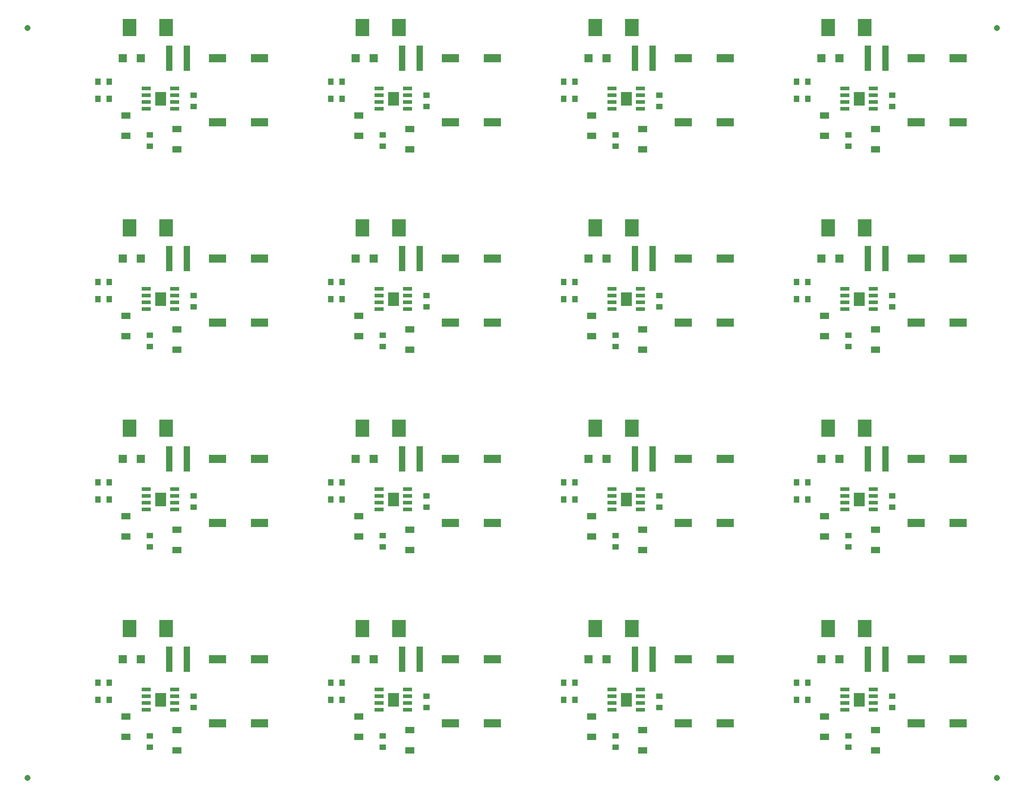
<source format=gtp>
G04*
G04 #@! TF.GenerationSoftware,Altium Limited,Altium Designer,18.1.9 (240)*
G04*
G04 Layer_Color=8421504*
%FSLAX24Y24*%
%MOIN*%
G70*
G01*
G75*
%ADD10C,0.0450*%
%ADD11R,0.0640X0.0640*%
%ADD12R,0.0700X0.0500*%
%ADD13R,0.1000X0.1300*%
%ADD14R,0.0460X0.1850*%
%ADD15R,0.0400X0.0510*%
%ADD16R,0.0700X0.0280*%
%ADD17R,0.0800X0.1000*%
%ADD18R,0.1280X0.0600*%
%ADD19R,0.0510X0.0400*%
D10*
X72600Y3500D02*
D03*
Y58900D02*
D03*
X1000D02*
D03*
Y3500D02*
D03*
D11*
X8025Y12275D02*
D03*
X9365D02*
D03*
X25225D02*
D03*
X26565D02*
D03*
X42425D02*
D03*
X43765D02*
D03*
X59625D02*
D03*
X60965D02*
D03*
X8025Y27075D02*
D03*
X9365D02*
D03*
X25225D02*
D03*
X26565D02*
D03*
X42425D02*
D03*
X43765D02*
D03*
X59625D02*
D03*
X60965D02*
D03*
X8025Y41875D02*
D03*
X9365D02*
D03*
X25225D02*
D03*
X26565D02*
D03*
X42425D02*
D03*
X43765D02*
D03*
X59625D02*
D03*
X60965D02*
D03*
X8025Y56675D02*
D03*
X9365D02*
D03*
X25225D02*
D03*
X26565D02*
D03*
X42425D02*
D03*
X43765D02*
D03*
X59625D02*
D03*
X60965D02*
D03*
D12*
X8275Y8025D02*
D03*
Y6525D02*
D03*
X12025Y5525D02*
D03*
Y7025D02*
D03*
X25475Y8025D02*
D03*
Y6525D02*
D03*
X29225Y5525D02*
D03*
Y7025D02*
D03*
X42675Y8025D02*
D03*
Y6525D02*
D03*
X46425Y5525D02*
D03*
Y7025D02*
D03*
X59875Y8025D02*
D03*
Y6525D02*
D03*
X63625Y5525D02*
D03*
Y7025D02*
D03*
X8275Y22825D02*
D03*
Y21325D02*
D03*
X12025Y20325D02*
D03*
Y21825D02*
D03*
X25475Y22825D02*
D03*
Y21325D02*
D03*
X29225Y20325D02*
D03*
Y21825D02*
D03*
X42675Y22825D02*
D03*
Y21325D02*
D03*
X46425Y20325D02*
D03*
Y21825D02*
D03*
X59875Y22825D02*
D03*
Y21325D02*
D03*
X63625Y20325D02*
D03*
Y21825D02*
D03*
X8275Y37625D02*
D03*
Y36125D02*
D03*
X12025Y35125D02*
D03*
Y36625D02*
D03*
X25475Y37625D02*
D03*
Y36125D02*
D03*
X29225Y35125D02*
D03*
Y36625D02*
D03*
X42675Y37625D02*
D03*
Y36125D02*
D03*
X46425Y35125D02*
D03*
Y36625D02*
D03*
X59875Y37625D02*
D03*
Y36125D02*
D03*
X63625Y35125D02*
D03*
Y36625D02*
D03*
X8275Y52425D02*
D03*
Y50925D02*
D03*
X12025Y49925D02*
D03*
Y51425D02*
D03*
X25475Y52425D02*
D03*
Y50925D02*
D03*
X29225Y49925D02*
D03*
Y51425D02*
D03*
X42675Y52425D02*
D03*
Y50925D02*
D03*
X46425Y49925D02*
D03*
Y51425D02*
D03*
X59875Y52425D02*
D03*
Y50925D02*
D03*
X63625Y49925D02*
D03*
Y51425D02*
D03*
D13*
X11225Y14525D02*
D03*
X8525D02*
D03*
X28425D02*
D03*
X25725D02*
D03*
X45625D02*
D03*
X42925D02*
D03*
X62825D02*
D03*
X60125D02*
D03*
X11225Y29325D02*
D03*
X8525D02*
D03*
X28425D02*
D03*
X25725D02*
D03*
X45625D02*
D03*
X42925D02*
D03*
X62825D02*
D03*
X60125D02*
D03*
X11225Y44125D02*
D03*
X8525D02*
D03*
X28425D02*
D03*
X25725D02*
D03*
X45625D02*
D03*
X42925D02*
D03*
X62825D02*
D03*
X60125D02*
D03*
X11225Y58925D02*
D03*
X8525D02*
D03*
X28425D02*
D03*
X25725D02*
D03*
X45625D02*
D03*
X42925D02*
D03*
X62825D02*
D03*
X60125D02*
D03*
D14*
X12775Y12275D02*
D03*
X11475D02*
D03*
X29975D02*
D03*
X28675D02*
D03*
X47175D02*
D03*
X45875D02*
D03*
X64375D02*
D03*
X63075D02*
D03*
X12775Y27075D02*
D03*
X11475D02*
D03*
X29975D02*
D03*
X28675D02*
D03*
X47175D02*
D03*
X45875D02*
D03*
X64375D02*
D03*
X63075D02*
D03*
X12775Y41875D02*
D03*
X11475D02*
D03*
X29975D02*
D03*
X28675D02*
D03*
X47175D02*
D03*
X45875D02*
D03*
X64375D02*
D03*
X63075D02*
D03*
X12775Y56675D02*
D03*
X11475D02*
D03*
X29975D02*
D03*
X28675D02*
D03*
X47175D02*
D03*
X45875D02*
D03*
X64375D02*
D03*
X63075D02*
D03*
D15*
X7025Y10525D02*
D03*
X6195D02*
D03*
X7025Y9275D02*
D03*
X6195D02*
D03*
X24225Y10525D02*
D03*
X23395D02*
D03*
X24225Y9275D02*
D03*
X23395D02*
D03*
X41425Y10525D02*
D03*
X40595D02*
D03*
X41425Y9275D02*
D03*
X40595D02*
D03*
X58625Y10525D02*
D03*
X57795D02*
D03*
X58625Y9275D02*
D03*
X57795D02*
D03*
X7025Y25325D02*
D03*
X6195D02*
D03*
X7025Y24075D02*
D03*
X6195D02*
D03*
X24225Y25325D02*
D03*
X23395D02*
D03*
X24225Y24075D02*
D03*
X23395D02*
D03*
X41425Y25325D02*
D03*
X40595D02*
D03*
X41425Y24075D02*
D03*
X40595D02*
D03*
X58625Y25325D02*
D03*
X57795D02*
D03*
X58625Y24075D02*
D03*
X57795D02*
D03*
X7025Y40125D02*
D03*
X6195D02*
D03*
X7025Y38875D02*
D03*
X6195D02*
D03*
X24225Y40125D02*
D03*
X23395D02*
D03*
X24225Y38875D02*
D03*
X23395D02*
D03*
X41425Y40125D02*
D03*
X40595D02*
D03*
X41425Y38875D02*
D03*
X40595D02*
D03*
X58625Y40125D02*
D03*
X57795D02*
D03*
X58625Y38875D02*
D03*
X57795D02*
D03*
X7025Y54925D02*
D03*
X6195D02*
D03*
X7025Y53675D02*
D03*
X6195D02*
D03*
X24225Y54925D02*
D03*
X23395D02*
D03*
X24225Y53675D02*
D03*
X23395D02*
D03*
X41425Y54925D02*
D03*
X40595D02*
D03*
X41425Y53675D02*
D03*
X40595D02*
D03*
X58625Y54925D02*
D03*
X57795D02*
D03*
X58625Y53675D02*
D03*
X57795D02*
D03*
D16*
X9775Y9525D02*
D03*
Y9025D02*
D03*
Y8525D02*
D03*
Y10025D02*
D03*
X11875Y9525D02*
D03*
Y9025D02*
D03*
Y8525D02*
D03*
Y10025D02*
D03*
X26975Y9525D02*
D03*
Y9025D02*
D03*
Y8525D02*
D03*
Y10025D02*
D03*
X29075Y9525D02*
D03*
Y9025D02*
D03*
Y8525D02*
D03*
Y10025D02*
D03*
X44175Y9525D02*
D03*
Y9025D02*
D03*
Y8525D02*
D03*
Y10025D02*
D03*
X46275Y9525D02*
D03*
Y9025D02*
D03*
Y8525D02*
D03*
Y10025D02*
D03*
X61375Y9525D02*
D03*
Y9025D02*
D03*
Y8525D02*
D03*
Y10025D02*
D03*
X63475Y9525D02*
D03*
Y9025D02*
D03*
Y8525D02*
D03*
Y10025D02*
D03*
X9775Y24325D02*
D03*
Y23825D02*
D03*
Y23325D02*
D03*
Y24825D02*
D03*
X11875Y24325D02*
D03*
Y23825D02*
D03*
Y23325D02*
D03*
Y24825D02*
D03*
X26975Y24325D02*
D03*
Y23825D02*
D03*
Y23325D02*
D03*
Y24825D02*
D03*
X29075Y24325D02*
D03*
Y23825D02*
D03*
Y23325D02*
D03*
Y24825D02*
D03*
X44175Y24325D02*
D03*
Y23825D02*
D03*
Y23325D02*
D03*
Y24825D02*
D03*
X46275Y24325D02*
D03*
Y23825D02*
D03*
Y23325D02*
D03*
Y24825D02*
D03*
X61375Y24325D02*
D03*
Y23825D02*
D03*
Y23325D02*
D03*
Y24825D02*
D03*
X63475Y24325D02*
D03*
Y23825D02*
D03*
Y23325D02*
D03*
Y24825D02*
D03*
X9775Y39125D02*
D03*
Y38625D02*
D03*
Y38125D02*
D03*
Y39625D02*
D03*
X11875Y39125D02*
D03*
Y38625D02*
D03*
Y38125D02*
D03*
Y39625D02*
D03*
X26975Y39125D02*
D03*
Y38625D02*
D03*
Y38125D02*
D03*
Y39625D02*
D03*
X29075Y39125D02*
D03*
Y38625D02*
D03*
Y38125D02*
D03*
Y39625D02*
D03*
X44175Y39125D02*
D03*
Y38625D02*
D03*
Y38125D02*
D03*
Y39625D02*
D03*
X46275Y39125D02*
D03*
Y38625D02*
D03*
Y38125D02*
D03*
Y39625D02*
D03*
X61375Y39125D02*
D03*
Y38625D02*
D03*
Y38125D02*
D03*
Y39625D02*
D03*
X63475Y39125D02*
D03*
Y38625D02*
D03*
Y38125D02*
D03*
Y39625D02*
D03*
X9775Y53925D02*
D03*
Y53425D02*
D03*
Y52925D02*
D03*
Y54425D02*
D03*
X11875Y53925D02*
D03*
Y53425D02*
D03*
Y52925D02*
D03*
Y54425D02*
D03*
X26975Y53925D02*
D03*
Y53425D02*
D03*
Y52925D02*
D03*
Y54425D02*
D03*
X29075Y53925D02*
D03*
Y53425D02*
D03*
Y52925D02*
D03*
Y54425D02*
D03*
X44175Y53925D02*
D03*
Y53425D02*
D03*
Y52925D02*
D03*
Y54425D02*
D03*
X46275Y53925D02*
D03*
Y53425D02*
D03*
Y52925D02*
D03*
Y54425D02*
D03*
X61375Y53925D02*
D03*
Y53425D02*
D03*
Y52925D02*
D03*
Y54425D02*
D03*
X63475Y53925D02*
D03*
Y53425D02*
D03*
Y52925D02*
D03*
Y54425D02*
D03*
D17*
X10835Y9275D02*
D03*
X28035D02*
D03*
X45235D02*
D03*
X62435D02*
D03*
X10835Y24075D02*
D03*
X28035D02*
D03*
X45235D02*
D03*
X62435D02*
D03*
X10835Y38875D02*
D03*
X28035D02*
D03*
X45235D02*
D03*
X62435D02*
D03*
X10835Y53675D02*
D03*
X28035D02*
D03*
X45235D02*
D03*
X62435D02*
D03*
D18*
X15025Y7525D02*
D03*
X18125D02*
D03*
X15025Y12275D02*
D03*
X18125D02*
D03*
X32225Y7525D02*
D03*
X35325D02*
D03*
X32225Y12275D02*
D03*
X35325D02*
D03*
X49425Y7525D02*
D03*
X52525D02*
D03*
X49425Y12275D02*
D03*
X52525D02*
D03*
X66625Y7525D02*
D03*
X69725D02*
D03*
X66625Y12275D02*
D03*
X69725D02*
D03*
X15025Y22325D02*
D03*
X18125D02*
D03*
X15025Y27075D02*
D03*
X18125D02*
D03*
X32225Y22325D02*
D03*
X35325D02*
D03*
X32225Y27075D02*
D03*
X35325D02*
D03*
X49425Y22325D02*
D03*
X52525D02*
D03*
X49425Y27075D02*
D03*
X52525D02*
D03*
X66625Y22325D02*
D03*
X69725D02*
D03*
X66625Y27075D02*
D03*
X69725D02*
D03*
X15025Y37125D02*
D03*
X18125D02*
D03*
X15025Y41875D02*
D03*
X18125D02*
D03*
X32225Y37125D02*
D03*
X35325D02*
D03*
X32225Y41875D02*
D03*
X35325D02*
D03*
X49425Y37125D02*
D03*
X52525D02*
D03*
X49425Y41875D02*
D03*
X52525D02*
D03*
X66625Y37125D02*
D03*
X69725D02*
D03*
X66625Y41875D02*
D03*
X69725D02*
D03*
X15025Y51925D02*
D03*
X18125D02*
D03*
X15025Y56675D02*
D03*
X18125D02*
D03*
X32225Y51925D02*
D03*
X35325D02*
D03*
X32225Y56675D02*
D03*
X35325D02*
D03*
X49425Y51925D02*
D03*
X52525D02*
D03*
X49425Y56675D02*
D03*
X52525D02*
D03*
X66625Y51925D02*
D03*
X69725D02*
D03*
X66625Y56675D02*
D03*
X69725D02*
D03*
D19*
X10025Y5775D02*
D03*
Y6605D02*
D03*
X13275Y9525D02*
D03*
Y8695D02*
D03*
X27225Y5775D02*
D03*
Y6605D02*
D03*
X30475Y9525D02*
D03*
Y8695D02*
D03*
X44425Y5775D02*
D03*
Y6605D02*
D03*
X47675Y9525D02*
D03*
Y8695D02*
D03*
X61625Y5775D02*
D03*
Y6605D02*
D03*
X64875Y9525D02*
D03*
Y8695D02*
D03*
X10025Y20575D02*
D03*
Y21405D02*
D03*
X13275Y24325D02*
D03*
Y23495D02*
D03*
X27225Y20575D02*
D03*
Y21405D02*
D03*
X30475Y24325D02*
D03*
Y23495D02*
D03*
X44425Y20575D02*
D03*
Y21405D02*
D03*
X47675Y24325D02*
D03*
Y23495D02*
D03*
X61625Y20575D02*
D03*
Y21405D02*
D03*
X64875Y24325D02*
D03*
Y23495D02*
D03*
X10025Y35375D02*
D03*
Y36205D02*
D03*
X13275Y39125D02*
D03*
Y38295D02*
D03*
X27225Y35375D02*
D03*
Y36205D02*
D03*
X30475Y39125D02*
D03*
Y38295D02*
D03*
X44425Y35375D02*
D03*
Y36205D02*
D03*
X47675Y39125D02*
D03*
Y38295D02*
D03*
X61625Y35375D02*
D03*
Y36205D02*
D03*
X64875Y39125D02*
D03*
Y38295D02*
D03*
X10025Y50175D02*
D03*
Y51005D02*
D03*
X13275Y53925D02*
D03*
Y53095D02*
D03*
X27225Y50175D02*
D03*
Y51005D02*
D03*
X30475Y53925D02*
D03*
Y53095D02*
D03*
X44425Y50175D02*
D03*
Y51005D02*
D03*
X47675Y53925D02*
D03*
Y53095D02*
D03*
X61625Y50175D02*
D03*
Y51005D02*
D03*
X64875Y53925D02*
D03*
Y53095D02*
D03*
M02*

</source>
